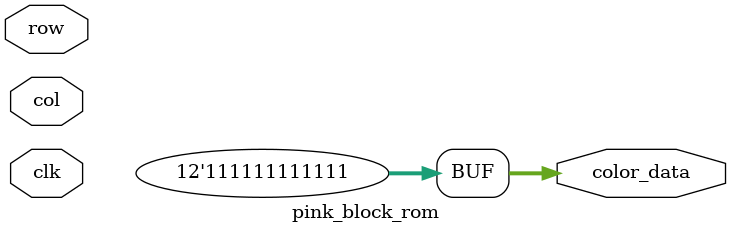
<source format=v>
module pink_block_rom(
    input wire clk,
	input wire [3:0] row,
	input wire [2:0] col,
	output reg [11:0] color_data
    );
  (* rom_style = "block" *)
  
	reg [3:0] row_reg;
	reg [2:0] col_reg;

	always @(posedge clk)
		begin
		row_reg <= row;
		col_reg <= col;
		end
	always @*
	casez ({row_reg, col_reg})
	7'bzzzzzzz : color_data = 12'b111111111111 ;
	
	endcase
endmodule

</source>
